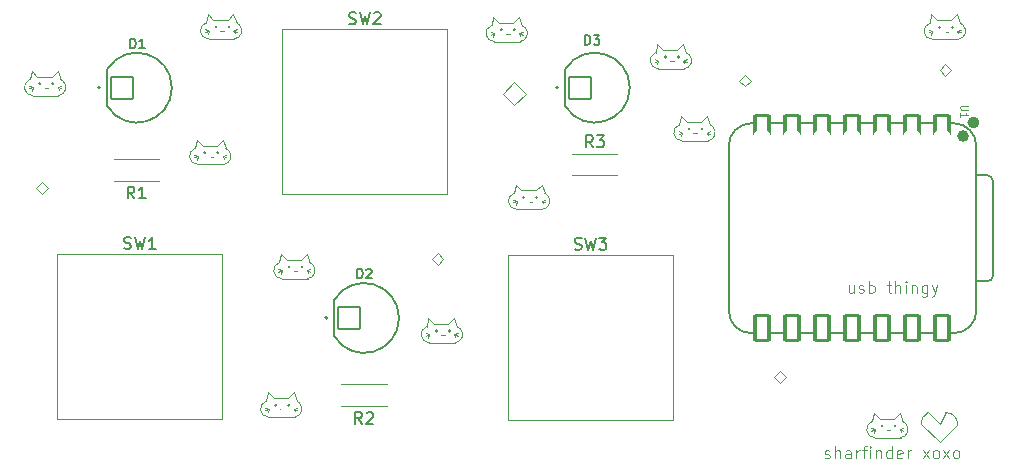
<source format=gto>
%TF.GenerationSoftware,KiCad,Pcbnew,9.0.2*%
%TF.CreationDate,2025-07-02T22:19:11+01:00*%
%TF.ProjectId,sharfinder,73686172-6669-46e6-9465-722e6b696361,rev?*%
%TF.SameCoordinates,Original*%
%TF.FileFunction,Legend,Top*%
%TF.FilePolarity,Positive*%
%FSLAX46Y46*%
G04 Gerber Fmt 4.6, Leading zero omitted, Abs format (unit mm)*
G04 Created by KiCad (PCBNEW 9.0.2) date 2025-07-02 22:19:11*
%MOMM*%
%LPD*%
G01*
G04 APERTURE LIST*
G04 Aperture macros list*
%AMRoundRect*
0 Rectangle with rounded corners*
0 $1 Rounding radius*
0 $2 $3 $4 $5 $6 $7 $8 $9 X,Y pos of 4 corners*
0 Add a 4 corners polygon primitive as box body*
4,1,4,$2,$3,$4,$5,$6,$7,$8,$9,$2,$3,0*
0 Add four circle primitives for the rounded corners*
1,1,$1+$1,$2,$3*
1,1,$1+$1,$4,$5*
1,1,$1+$1,$6,$7*
1,1,$1+$1,$8,$9*
0 Add four rect primitives between the rounded corners*
20,1,$1+$1,$2,$3,$4,$5,0*
20,1,$1+$1,$4,$5,$6,$7,0*
20,1,$1+$1,$6,$7,$8,$9,0*
20,1,$1+$1,$8,$9,$2,$3,0*%
G04 Aperture macros list end*
%ADD10C,0.100000*%
%ADD11C,0.150000*%
%ADD12C,0.101600*%
%ADD13C,0.127000*%
%ADD14C,0.200000*%
%ADD15C,0.120000*%
%ADD16C,0.504000*%
%ADD17C,2.019000*%
%ADD18RoundRect,0.102000X-0.907500X-0.907500X0.907500X-0.907500X0.907500X0.907500X-0.907500X0.907500X0*%
%ADD19C,1.400000*%
%ADD20C,1.700000*%
%ADD21C,4.000000*%
%ADD22C,2.200000*%
%ADD23RoundRect,0.152400X0.609600X-1.063600X0.609600X1.063600X-0.609600X1.063600X-0.609600X-1.063600X0*%
%ADD24C,1.524000*%
%ADD25RoundRect,0.152400X-0.609600X1.063600X-0.609600X-1.063600X0.609600X-1.063600X0.609600X1.063600X0*%
G04 APERTURE END LIST*
D10*
X155200000Y-96802782D02*
G75*
G02*
X154977771Y-95433312I100J702782D01*
G01*
X185526981Y-116131047D02*
G75*
G02*
X185304766Y-114761618I19J702747D01*
G01*
X192500000Y-81700000D02*
X192600000Y-81900000D01*
X190400000Y-81700000D02*
X190100000Y-81800000D01*
X168977761Y-89633282D02*
X169100000Y-88900000D01*
X128200000Y-92300000D02*
X128100000Y-92600000D01*
X114500000Y-95000000D02*
X115000000Y-94500000D01*
X170400000Y-90399999D02*
G75*
G02*
X170173509Y-90363245I-100000J99999D01*
G01*
X137422239Y-101966718D02*
X137522239Y-102166718D01*
X157300000Y-96100000D02*
X157600000Y-96200000D01*
X155600000Y-95200000D02*
X156800000Y-95200000D01*
X155200000Y-96100000D02*
X154900000Y-96000000D01*
X115822239Y-85566718D02*
X116322239Y-85066718D01*
X131300318Y-82369500D02*
X129122239Y-82369500D01*
X130300000Y-92300000D02*
X130600000Y-92400000D01*
X116322239Y-85066718D02*
X116584849Y-85810187D01*
X137922239Y-101466718D02*
G75*
G02*
X137500325Y-102669493I-500039J-499982D01*
G01*
X129600000Y-92400000D02*
G75*
G02*
X129400000Y-92400000I-100000J100001D01*
G01*
X115000000Y-94500000D02*
X115500000Y-95000000D01*
X192200000Y-81400000D02*
G75*
G02*
X192000000Y-81400000I-100000J0D01*
G01*
X192000000Y-81400000D02*
G75*
G02*
X192200000Y-81400000I100000J0D01*
G01*
X155900000Y-81400000D02*
G75*
G02*
X155478080Y-82602723I-499900J-500000D01*
G01*
X157000000Y-95800000D02*
G75*
G02*
X156800000Y-95800000I-100000J0D01*
G01*
X156800000Y-95800000D02*
G75*
G02*
X157000000Y-95800000I100000J0D01*
G01*
X127977761Y-91633282D02*
X128100000Y-90900000D01*
X186226981Y-115128265D02*
G75*
G02*
X186026981Y-115128265I-100000J0D01*
G01*
X186026981Y-115128265D02*
G75*
G02*
X186226981Y-115128265I100000J0D01*
G01*
X168400000Y-84299999D02*
G75*
G02*
X168173509Y-84263245I-100000J99999D01*
G01*
X191500000Y-84500000D02*
X192000000Y-85000000D01*
X175000000Y-85900000D02*
X174500000Y-86400000D01*
X171800000Y-89800000D02*
G75*
G02*
X171378080Y-91002723I-499900J-500000D01*
G01*
X192500000Y-81700000D02*
X192800000Y-81800000D01*
X190177761Y-81033282D02*
X190300000Y-80300000D01*
X169300000Y-84200000D02*
X169400000Y-84400000D01*
X134210960Y-113697218D02*
X133910960Y-113597218D01*
X187626981Y-114028265D02*
X187889591Y-114771734D01*
X171378079Y-91002782D02*
X169200000Y-91002782D01*
X131222239Y-80266718D02*
X131484849Y-81010187D01*
X154000000Y-87000000D02*
X155000000Y-88000000D01*
X192000000Y-80800000D02*
X192500000Y-80300000D01*
X129122239Y-81666718D02*
X129022239Y-81966718D01*
X190400000Y-82402782D02*
G75*
G02*
X190177771Y-81033312I100J702782D01*
G01*
X114222239Y-86466718D02*
X114122239Y-86766718D01*
X129822239Y-81366718D02*
G75*
G02*
X129622239Y-81366718I-100000J0D01*
G01*
X129622239Y-81366718D02*
G75*
G02*
X129822239Y-81366718I100000J0D01*
G01*
X171300000Y-90300000D02*
X171600000Y-90200000D01*
X148510960Y-107097218D02*
G75*
G02*
X148310960Y-107097218I-100000J0D01*
G01*
X148310960Y-107097218D02*
G75*
G02*
X148510960Y-107097218I100000J0D01*
G01*
X136810960Y-113197218D02*
G75*
G02*
X136389041Y-114399946I-499960J-499982D01*
G01*
X128200000Y-92300000D02*
X127900000Y-92400000D01*
X148500000Y-100500000D02*
X149000000Y-101000000D01*
X154900000Y-81000000D02*
X155400000Y-80500000D01*
X129022239Y-80266718D02*
X129522239Y-80766718D01*
X154500000Y-81999999D02*
G75*
G02*
X154273509Y-81963245I-100000J99999D01*
G01*
X149910960Y-107397218D02*
X150010960Y-107597218D01*
X131222239Y-81666718D02*
X131322239Y-81866718D01*
X169200000Y-91002782D02*
G75*
G02*
X168977771Y-89633312I100J702782D01*
G01*
X155200000Y-96100000D02*
X154900000Y-96200000D01*
X171300000Y-90300000D02*
X171400000Y-90500000D01*
X130300000Y-92300000D02*
X130400000Y-92500000D01*
X157300000Y-94700000D02*
X157562610Y-95443469D01*
X155900000Y-95800000D02*
G75*
G02*
X155700000Y-95800000I-100000J0D01*
G01*
X155700000Y-95800000D02*
G75*
G02*
X155900000Y-95800000I100000J0D01*
G01*
X190800000Y-80800000D02*
X192000000Y-80800000D01*
X154000000Y-81600000D02*
G75*
G02*
X153800000Y-81600000I-100000J0D01*
G01*
X153800000Y-81600000D02*
G75*
G02*
X154000000Y-81600000I100000J0D01*
G01*
X171300000Y-88900000D02*
X171562610Y-89643469D01*
X169200000Y-90300000D02*
X169100000Y-90600000D01*
X191000000Y-85000000D02*
X191500000Y-84500000D01*
X148210960Y-106497218D02*
X149410960Y-106497218D01*
X169100000Y-88900000D02*
X169600000Y-89400000D01*
X153300000Y-81900000D02*
X153000000Y-81800000D01*
X187626981Y-115428265D02*
X187726981Y-115628265D01*
X130562612Y-91643469D02*
G75*
G02*
X130799999Y-91799999I-262412J-656231D01*
G01*
X131222239Y-81666718D02*
X131522239Y-81766718D01*
X128900000Y-81000000D02*
X129022239Y-80266718D01*
X148500000Y-101500000D02*
X148000000Y-101000000D01*
X187626981Y-115428265D02*
X187926981Y-115328265D01*
X114000000Y-85800000D02*
X114122239Y-85066718D01*
X131722239Y-81166718D02*
G75*
G02*
X131300325Y-82369493I-500039J-499982D01*
G01*
X116822239Y-85966718D02*
G75*
G02*
X116400325Y-87169493I-500039J-499982D01*
G01*
X189421966Y-115000000D02*
G75*
G02*
X190040000Y-114000000I1118034J0D01*
G01*
X193000000Y-81200000D02*
G75*
G02*
X192578080Y-82402723I-499900J-500000D01*
G01*
X114222239Y-87169500D02*
G75*
G02*
X113999985Y-85799955I-39J702800D01*
G01*
X136310960Y-113697218D02*
X136610960Y-113797218D01*
X136722239Y-102066718D02*
G75*
G02*
X136522239Y-102066718I-100000J100001D01*
G01*
X191600000Y-81799999D02*
G75*
G02*
X191373509Y-81763245I-100000J99999D01*
G01*
X190300000Y-80300000D02*
X190800000Y-80800000D01*
X114222239Y-86466718D02*
X113922239Y-86366718D01*
X155662612Y-81243469D02*
G75*
G02*
X155899999Y-81399999I-262412J-656231D01*
G01*
X147810960Y-108100000D02*
G75*
G02*
X147588714Y-106730479I40J702800D01*
G01*
X129122239Y-81666718D02*
X128822239Y-81566718D01*
X134210960Y-113697218D02*
X134110960Y-113997218D01*
X192000000Y-85000000D02*
X191500000Y-85500000D01*
X137122239Y-101666718D02*
G75*
G02*
X136922239Y-101666718I-100000J0D01*
G01*
X136922239Y-101666718D02*
G75*
G02*
X137122239Y-101666718I100000J0D01*
G01*
X177500000Y-110500000D02*
X178000000Y-111000000D01*
X135322239Y-101966718D02*
X135222239Y-102266718D01*
X155478079Y-82602782D02*
X153300000Y-82602782D01*
X128900000Y-92000000D02*
G75*
G02*
X128700000Y-92000000I-100000J0D01*
G01*
X128700000Y-92000000D02*
G75*
G02*
X128900000Y-92000000I100000J0D01*
G01*
X157378079Y-96802782D02*
X155200000Y-96802782D01*
X128100000Y-90900000D02*
X128600000Y-91400000D01*
X185526981Y-115428265D02*
X185426981Y-115728265D01*
X116322239Y-86466718D02*
X116622239Y-86366718D01*
X129522239Y-80766718D02*
X130722239Y-80766718D01*
X130000000Y-92000000D02*
G75*
G02*
X129800000Y-92000000I-100000J0D01*
G01*
X129800000Y-92000000D02*
G75*
G02*
X130000000Y-92000000I100000J0D01*
G01*
X192500000Y-81700000D02*
X192800000Y-81600000D01*
X155400000Y-81900000D02*
X155700000Y-82000000D01*
X116322239Y-86466718D02*
X116422239Y-86666718D01*
X187889593Y-114771734D02*
G75*
G02*
X188126990Y-114928254I-262393J-656266D01*
G01*
X135322239Y-101966718D02*
X135022239Y-101866718D01*
X134110960Y-112297218D02*
X134610960Y-112797218D01*
X149210960Y-107497218D02*
G75*
G02*
X149010960Y-107497218I-100000J100001D01*
G01*
X134210960Y-114400000D02*
G75*
G02*
X133988714Y-113030479I40J702800D01*
G01*
X137422239Y-101966718D02*
X137722239Y-101866718D01*
X190400000Y-81700000D02*
X190100000Y-81600000D01*
X192762612Y-81043469D02*
G75*
G02*
X192999999Y-81199999I-262412J-656231D01*
G01*
X128600000Y-91400000D02*
X129800000Y-91400000D01*
X157562612Y-95443469D02*
G75*
G02*
X157799999Y-95599999I-262412J-656231D01*
G01*
X169000000Y-83900000D02*
G75*
G02*
X168800000Y-83900000I-100000J0D01*
G01*
X168800000Y-83900000D02*
G75*
G02*
X169000000Y-83900000I100000J0D01*
G01*
X171562612Y-89643469D02*
G75*
G02*
X171799999Y-89799999I-262412J-656231D01*
G01*
X185426981Y-114028265D02*
X185926981Y-114528265D01*
X135222239Y-100566718D02*
X135722239Y-101066718D01*
X130722239Y-80766718D02*
X131222239Y-80266718D01*
X147810960Y-107397218D02*
X147510960Y-107297218D01*
X167900000Y-83900000D02*
G75*
G02*
X167700000Y-83900000I-100000J0D01*
G01*
X167700000Y-83900000D02*
G75*
G02*
X167900000Y-83900000I100000J0D01*
G01*
X149610960Y-107097218D02*
G75*
G02*
X149410960Y-107097218I-100000J0D01*
G01*
X149410960Y-107097218D02*
G75*
G02*
X149610960Y-107097218I100000J0D01*
G01*
X136922239Y-101066718D02*
X137422239Y-100566718D01*
X191040000Y-115000000D02*
X191540000Y-114000000D01*
X187326981Y-115128265D02*
G75*
G02*
X187126981Y-115128265I-100000J0D01*
G01*
X187126981Y-115128265D02*
G75*
G02*
X187326981Y-115128265I100000J0D01*
G01*
X129400000Y-92399999D02*
G75*
G02*
X129173509Y-92363245I-100000J99999D01*
G01*
X149410960Y-106497218D02*
X149910960Y-105997218D01*
X136310960Y-113697218D02*
X136610960Y-113597218D01*
X150410960Y-106897218D02*
G75*
G02*
X149989041Y-108099946I-499960J-499982D01*
G01*
X114622239Y-85566718D02*
X115822239Y-85566718D01*
X155100000Y-94700000D02*
X155600000Y-95200000D01*
X130378079Y-93002782D02*
X128200000Y-93002782D01*
X155400000Y-81900000D02*
X155500000Y-82100000D01*
X147810960Y-107397218D02*
X147510960Y-107497218D01*
X174000000Y-85900000D02*
X174500000Y-85400000D01*
X150173572Y-106740687D02*
G75*
G02*
X150410941Y-106897235I-262472J-656213D01*
G01*
X130300000Y-90900000D02*
X130562610Y-91643469D01*
X192578079Y-82402782D02*
X190400000Y-82402782D01*
X130300000Y-92300000D02*
X130600000Y-92200000D01*
X177000000Y-111000000D02*
X177500000Y-110500000D01*
X136310960Y-113697218D02*
X136410960Y-113897218D01*
X190400000Y-81700000D02*
X190300000Y-82000000D01*
X116584851Y-85810187D02*
G75*
G02*
X116822225Y-85966730I-262651J-656513D01*
G01*
X153300000Y-81900000D02*
X153200000Y-82200000D01*
X149910960Y-107397218D02*
X150210960Y-107297218D01*
X130800000Y-91800000D02*
G75*
G02*
X130378080Y-93002723I-499900J-500000D01*
G01*
X171000000Y-90000000D02*
G75*
G02*
X170800000Y-90000000I-100000J0D01*
G01*
X170800000Y-90000000D02*
G75*
G02*
X171000000Y-90000000I100000J0D01*
G01*
X169800000Y-83700000D02*
G75*
G02*
X169378080Y-84902723I-499900J-500000D01*
G01*
X115422239Y-86566717D02*
G75*
G02*
X115195688Y-86529993I-100039J100017D01*
G01*
X167200000Y-84200000D02*
X167100000Y-84500000D01*
X167100000Y-82800000D02*
X167600000Y-83300000D01*
X135322239Y-101966718D02*
X135022239Y-102066718D01*
X191800000Y-81800000D02*
G75*
G02*
X191600000Y-81800000I-100000J100001D01*
G01*
X156600000Y-96200000D02*
G75*
G02*
X156400000Y-96200000I-100000J100001D01*
G01*
X130522239Y-81766718D02*
G75*
G02*
X130322239Y-81766718I-100000J100001D01*
G01*
X169200000Y-90300000D02*
X168900000Y-90400000D01*
X188126981Y-114928265D02*
G75*
G02*
X187705073Y-116131095I-499981J-500035D01*
G01*
X191100000Y-81400000D02*
G75*
G02*
X190900000Y-81400000I-100000J0D01*
G01*
X190900000Y-81400000D02*
G75*
G02*
X191100000Y-81400000I100000J0D01*
G01*
X169300000Y-84200000D02*
X169600000Y-84100000D01*
X149910960Y-105997218D02*
X150173570Y-106740687D01*
X136010960Y-113397218D02*
G75*
G02*
X135810960Y-113397218I-100000J0D01*
G01*
X135810960Y-113397218D02*
G75*
G02*
X136010960Y-113397218I100000J0D01*
G01*
X137422239Y-100566718D02*
X137684849Y-101310187D01*
X155400000Y-80500000D02*
X155662610Y-81243469D01*
X115000000Y-95500000D02*
X114500000Y-95000000D01*
X166977761Y-83533282D02*
X167100000Y-82800000D01*
X136022239Y-101666718D02*
G75*
G02*
X135822239Y-101666718I-100000J0D01*
G01*
X135822239Y-101666718D02*
G75*
G02*
X136022239Y-101666718I100000J0D01*
G01*
X153700000Y-81000000D02*
X154900000Y-81000000D01*
X177500000Y-111500000D02*
X177000000Y-111000000D01*
X191040000Y-115000000D02*
X190040000Y-114000000D01*
X147810960Y-107397218D02*
X147710960Y-107697218D01*
X157300000Y-96100000D02*
X157600000Y-96000000D01*
X154977761Y-95433282D02*
X155100000Y-94700000D01*
X136573572Y-113040687D02*
G75*
G02*
X136810941Y-113197235I-262472J-656213D01*
G01*
X156000000Y-87000000D02*
X155000000Y-86000000D01*
X169200000Y-90300000D02*
X168900000Y-90200000D01*
X135322239Y-102669500D02*
G75*
G02*
X135099985Y-101299955I-39J702800D01*
G01*
X168600000Y-84300000D02*
G75*
G02*
X168400000Y-84300000I-100000J100001D01*
G01*
X134910960Y-113397218D02*
G75*
G02*
X134710960Y-113397218I-100000J0D01*
G01*
X134710960Y-113397218D02*
G75*
G02*
X134910960Y-113397218I100000J0D01*
G01*
X186926981Y-115528265D02*
G75*
G02*
X186726981Y-115528265I-100000J100001D01*
G01*
X136389039Y-114400000D02*
X134210960Y-114400000D01*
X129122239Y-82369500D02*
G75*
G02*
X128899985Y-80999955I-39J702800D01*
G01*
X155200000Y-96100000D02*
X155100000Y-96400000D01*
X170800000Y-89400000D02*
X171300000Y-88900000D01*
X116022239Y-86166718D02*
G75*
G02*
X115822239Y-86166718I-100000J0D01*
G01*
X115822239Y-86166718D02*
G75*
G02*
X116022239Y-86166718I100000J0D01*
G01*
X156400000Y-96199999D02*
G75*
G02*
X156173509Y-96163245I-100000J99999D01*
G01*
X167200000Y-84902782D02*
G75*
G02*
X166977771Y-83533312I100J702782D01*
G01*
X128200000Y-93002782D02*
G75*
G02*
X127977771Y-91633312I100J702782D01*
G01*
X147588721Y-106730500D02*
X147710960Y-105997218D01*
X178000000Y-111000000D02*
X177500000Y-111500000D01*
X135610960Y-113797218D02*
G75*
G02*
X135410960Y-113797218I-100000J100001D01*
G01*
X135810960Y-112797218D02*
X136310960Y-112297218D01*
X174500000Y-86400000D02*
X174000000Y-85900000D01*
X134210960Y-113697218D02*
X133910960Y-113797218D01*
X131484851Y-81010187D02*
G75*
G02*
X131722225Y-81166730I-262651J-656513D01*
G01*
X186726981Y-115528264D02*
G75*
G02*
X186500502Y-115491504I-99981J100064D01*
G01*
X156800000Y-95200000D02*
X157300000Y-94700000D01*
X136522239Y-102066717D02*
G75*
G02*
X136295688Y-102029993I-100039J100017D01*
G01*
X167200000Y-84200000D02*
X166900000Y-84300000D01*
X130922239Y-81366718D02*
G75*
G02*
X130722239Y-81366718I-100000J0D01*
G01*
X130722239Y-81366718D02*
G75*
G02*
X130922239Y-81366718I100000J0D01*
G01*
X129800000Y-91400000D02*
X130300000Y-90900000D01*
X148000000Y-101000000D02*
X148500000Y-100500000D01*
X114122239Y-85066718D02*
X114622239Y-85566718D01*
X137500318Y-102669500D02*
X135322239Y-102669500D01*
X114922239Y-86166718D02*
G75*
G02*
X114722239Y-86166718I-100000J0D01*
G01*
X114722239Y-86166718D02*
G75*
G02*
X114922239Y-86166718I100000J0D01*
G01*
X115622239Y-86566718D02*
G75*
G02*
X115422239Y-86566718I-100000J100001D01*
G01*
X169300000Y-84200000D02*
X169600000Y-84300000D01*
X185526981Y-115428265D02*
X185226981Y-115328265D01*
X155100000Y-81600000D02*
G75*
G02*
X154900000Y-81600000I-100000J0D01*
G01*
X154900000Y-81600000D02*
G75*
G02*
X155100000Y-81600000I100000J0D01*
G01*
X192500000Y-80300000D02*
X192762610Y-81043469D01*
X167200000Y-84200000D02*
X166900000Y-84100000D01*
X128200000Y-92300000D02*
X127900000Y-92200000D01*
X169600000Y-89400000D02*
X170800000Y-89400000D01*
X133988721Y-113030500D02*
X134110960Y-112297218D01*
X129122239Y-81666718D02*
X128822239Y-81766718D01*
X115500000Y-95000000D02*
X115000000Y-95500000D01*
X191540000Y-114000000D02*
G75*
G02*
X192540000Y-115000000I0J-1000000D01*
G01*
X191040000Y-116500000D02*
X192540000Y-115000000D01*
X153300000Y-82602782D02*
G75*
G02*
X153077771Y-81233312I100J702782D01*
G01*
X185304742Y-114761547D02*
X185426981Y-114028265D01*
X155400000Y-81900000D02*
X155700000Y-81800000D01*
X171300000Y-90300000D02*
X171600000Y-90400000D01*
X137684851Y-101310187D02*
G75*
G02*
X137922225Y-101466730I-262651J-656513D01*
G01*
X169378079Y-84902782D02*
X167200000Y-84902782D01*
X136310960Y-112297218D02*
X136573570Y-113040687D01*
X116400318Y-87169500D02*
X114222239Y-87169500D01*
X174500000Y-85400000D02*
X175000000Y-85900000D01*
X131222239Y-81666718D02*
X131522239Y-81566718D01*
X135100000Y-101300000D02*
X135222239Y-100566718D01*
X154700000Y-82000000D02*
G75*
G02*
X154500000Y-82000000I-100000J100001D01*
G01*
X185926981Y-114528265D02*
X187126981Y-114528265D01*
X169900000Y-90000000D02*
G75*
G02*
X169700000Y-90000000I-100000J0D01*
G01*
X169700000Y-90000000D02*
G75*
G02*
X169900000Y-90000000I100000J0D01*
G01*
X169562612Y-83543469D02*
G75*
G02*
X169799999Y-83699999I-262412J-656231D01*
G01*
X157300000Y-96100000D02*
X157400000Y-96300000D01*
X191040000Y-116500000D02*
X189421966Y-115000000D01*
X135410960Y-113797217D02*
G75*
G02*
X135184522Y-113760436I-99960J100017D01*
G01*
X153200000Y-80500000D02*
X153700000Y-81000000D01*
X157800000Y-95600000D02*
G75*
G02*
X157378080Y-96802723I-499900J-500000D01*
G01*
X135722239Y-101066718D02*
X136922239Y-101066718D01*
X153077761Y-81233282D02*
X153200000Y-80500000D01*
X191500000Y-85500000D02*
X191000000Y-85000000D01*
X137422239Y-101966718D02*
X137722239Y-102066718D01*
X134610960Y-112797218D02*
X135810960Y-112797218D01*
X167600000Y-83300000D02*
X168800000Y-83300000D01*
X170600000Y-90400000D02*
G75*
G02*
X170400000Y-90400000I-100000J100001D01*
G01*
X187705060Y-116131047D02*
X185526981Y-116131047D01*
X187126981Y-114528265D02*
X187626981Y-114028265D01*
X169300000Y-82800000D02*
X169562610Y-83543469D01*
X149989039Y-108100000D02*
X147810960Y-108100000D01*
X155000000Y-88000000D02*
X156000000Y-87000000D01*
X149910960Y-107397218D02*
X150210960Y-107497218D01*
X147710960Y-105997218D02*
X148210960Y-106497218D01*
X168800000Y-83300000D02*
X169300000Y-82800000D01*
X153300000Y-81900000D02*
X153000000Y-82000000D01*
X155000000Y-86000000D02*
X154000000Y-87000000D01*
X187626981Y-115428265D02*
X187926981Y-115528265D01*
X116322239Y-86466718D02*
X116622239Y-86566718D01*
X149000000Y-101000000D02*
X148500000Y-101500000D01*
X185526981Y-115428265D02*
X185226981Y-115528265D01*
X114222239Y-86466718D02*
X113922239Y-86566718D01*
X130322239Y-81766717D02*
G75*
G02*
X130095688Y-81729993I-100039J100017D01*
G01*
X149010960Y-107497217D02*
G75*
G02*
X148784522Y-107460436I-99960J100017D01*
G01*
X181296265Y-117824800D02*
X181391503Y-117872419D01*
X181391503Y-117872419D02*
X181581979Y-117872419D01*
X181581979Y-117872419D02*
X181677217Y-117824800D01*
X181677217Y-117824800D02*
X181724836Y-117729561D01*
X181724836Y-117729561D02*
X181724836Y-117681942D01*
X181724836Y-117681942D02*
X181677217Y-117586704D01*
X181677217Y-117586704D02*
X181581979Y-117539085D01*
X181581979Y-117539085D02*
X181439122Y-117539085D01*
X181439122Y-117539085D02*
X181343884Y-117491466D01*
X181343884Y-117491466D02*
X181296265Y-117396228D01*
X181296265Y-117396228D02*
X181296265Y-117348609D01*
X181296265Y-117348609D02*
X181343884Y-117253371D01*
X181343884Y-117253371D02*
X181439122Y-117205752D01*
X181439122Y-117205752D02*
X181581979Y-117205752D01*
X181581979Y-117205752D02*
X181677217Y-117253371D01*
X182153408Y-117872419D02*
X182153408Y-116872419D01*
X182581979Y-117872419D02*
X182581979Y-117348609D01*
X182581979Y-117348609D02*
X182534360Y-117253371D01*
X182534360Y-117253371D02*
X182439122Y-117205752D01*
X182439122Y-117205752D02*
X182296265Y-117205752D01*
X182296265Y-117205752D02*
X182201027Y-117253371D01*
X182201027Y-117253371D02*
X182153408Y-117300990D01*
X183486741Y-117872419D02*
X183486741Y-117348609D01*
X183486741Y-117348609D02*
X183439122Y-117253371D01*
X183439122Y-117253371D02*
X183343884Y-117205752D01*
X183343884Y-117205752D02*
X183153408Y-117205752D01*
X183153408Y-117205752D02*
X183058170Y-117253371D01*
X183486741Y-117824800D02*
X183391503Y-117872419D01*
X183391503Y-117872419D02*
X183153408Y-117872419D01*
X183153408Y-117872419D02*
X183058170Y-117824800D01*
X183058170Y-117824800D02*
X183010551Y-117729561D01*
X183010551Y-117729561D02*
X183010551Y-117634323D01*
X183010551Y-117634323D02*
X183058170Y-117539085D01*
X183058170Y-117539085D02*
X183153408Y-117491466D01*
X183153408Y-117491466D02*
X183391503Y-117491466D01*
X183391503Y-117491466D02*
X183486741Y-117443847D01*
X183962932Y-117872419D02*
X183962932Y-117205752D01*
X183962932Y-117396228D02*
X184010551Y-117300990D01*
X184010551Y-117300990D02*
X184058170Y-117253371D01*
X184058170Y-117253371D02*
X184153408Y-117205752D01*
X184153408Y-117205752D02*
X184248646Y-117205752D01*
X184439123Y-117205752D02*
X184820075Y-117205752D01*
X184581980Y-117872419D02*
X184581980Y-117015276D01*
X184581980Y-117015276D02*
X184629599Y-116920038D01*
X184629599Y-116920038D02*
X184724837Y-116872419D01*
X184724837Y-116872419D02*
X184820075Y-116872419D01*
X185153409Y-117872419D02*
X185153409Y-117205752D01*
X185153409Y-116872419D02*
X185105790Y-116920038D01*
X185105790Y-116920038D02*
X185153409Y-116967657D01*
X185153409Y-116967657D02*
X185201028Y-116920038D01*
X185201028Y-116920038D02*
X185153409Y-116872419D01*
X185153409Y-116872419D02*
X185153409Y-116967657D01*
X185629599Y-117205752D02*
X185629599Y-117872419D01*
X185629599Y-117300990D02*
X185677218Y-117253371D01*
X185677218Y-117253371D02*
X185772456Y-117205752D01*
X185772456Y-117205752D02*
X185915313Y-117205752D01*
X185915313Y-117205752D02*
X186010551Y-117253371D01*
X186010551Y-117253371D02*
X186058170Y-117348609D01*
X186058170Y-117348609D02*
X186058170Y-117872419D01*
X186962932Y-117872419D02*
X186962932Y-116872419D01*
X186962932Y-117824800D02*
X186867694Y-117872419D01*
X186867694Y-117872419D02*
X186677218Y-117872419D01*
X186677218Y-117872419D02*
X186581980Y-117824800D01*
X186581980Y-117824800D02*
X186534361Y-117777180D01*
X186534361Y-117777180D02*
X186486742Y-117681942D01*
X186486742Y-117681942D02*
X186486742Y-117396228D01*
X186486742Y-117396228D02*
X186534361Y-117300990D01*
X186534361Y-117300990D02*
X186581980Y-117253371D01*
X186581980Y-117253371D02*
X186677218Y-117205752D01*
X186677218Y-117205752D02*
X186867694Y-117205752D01*
X186867694Y-117205752D02*
X186962932Y-117253371D01*
X187820075Y-117824800D02*
X187724837Y-117872419D01*
X187724837Y-117872419D02*
X187534361Y-117872419D01*
X187534361Y-117872419D02*
X187439123Y-117824800D01*
X187439123Y-117824800D02*
X187391504Y-117729561D01*
X187391504Y-117729561D02*
X187391504Y-117348609D01*
X187391504Y-117348609D02*
X187439123Y-117253371D01*
X187439123Y-117253371D02*
X187534361Y-117205752D01*
X187534361Y-117205752D02*
X187724837Y-117205752D01*
X187724837Y-117205752D02*
X187820075Y-117253371D01*
X187820075Y-117253371D02*
X187867694Y-117348609D01*
X187867694Y-117348609D02*
X187867694Y-117443847D01*
X187867694Y-117443847D02*
X187391504Y-117539085D01*
X188296266Y-117872419D02*
X188296266Y-117205752D01*
X188296266Y-117396228D02*
X188343885Y-117300990D01*
X188343885Y-117300990D02*
X188391504Y-117253371D01*
X188391504Y-117253371D02*
X188486742Y-117205752D01*
X188486742Y-117205752D02*
X188581980Y-117205752D01*
X189581981Y-117872419D02*
X190105790Y-117205752D01*
X189581981Y-117205752D02*
X190105790Y-117872419D01*
X190629600Y-117872419D02*
X190534362Y-117824800D01*
X190534362Y-117824800D02*
X190486743Y-117777180D01*
X190486743Y-117777180D02*
X190439124Y-117681942D01*
X190439124Y-117681942D02*
X190439124Y-117396228D01*
X190439124Y-117396228D02*
X190486743Y-117300990D01*
X190486743Y-117300990D02*
X190534362Y-117253371D01*
X190534362Y-117253371D02*
X190629600Y-117205752D01*
X190629600Y-117205752D02*
X190772457Y-117205752D01*
X190772457Y-117205752D02*
X190867695Y-117253371D01*
X190867695Y-117253371D02*
X190915314Y-117300990D01*
X190915314Y-117300990D02*
X190962933Y-117396228D01*
X190962933Y-117396228D02*
X190962933Y-117681942D01*
X190962933Y-117681942D02*
X190915314Y-117777180D01*
X190915314Y-117777180D02*
X190867695Y-117824800D01*
X190867695Y-117824800D02*
X190772457Y-117872419D01*
X190772457Y-117872419D02*
X190629600Y-117872419D01*
X191296267Y-117872419D02*
X191820076Y-117205752D01*
X191296267Y-117205752D02*
X191820076Y-117872419D01*
X192343886Y-117872419D02*
X192248648Y-117824800D01*
X192248648Y-117824800D02*
X192201029Y-117777180D01*
X192201029Y-117777180D02*
X192153410Y-117681942D01*
X192153410Y-117681942D02*
X192153410Y-117396228D01*
X192153410Y-117396228D02*
X192201029Y-117300990D01*
X192201029Y-117300990D02*
X192248648Y-117253371D01*
X192248648Y-117253371D02*
X192343886Y-117205752D01*
X192343886Y-117205752D02*
X192486743Y-117205752D01*
X192486743Y-117205752D02*
X192581981Y-117253371D01*
X192581981Y-117253371D02*
X192629600Y-117300990D01*
X192629600Y-117300990D02*
X192677219Y-117396228D01*
X192677219Y-117396228D02*
X192677219Y-117681942D01*
X192677219Y-117681942D02*
X192629600Y-117777180D01*
X192629600Y-117777180D02*
X192581981Y-117824800D01*
X192581981Y-117824800D02*
X192486743Y-117872419D01*
X192486743Y-117872419D02*
X192343886Y-117872419D01*
X183732455Y-103205752D02*
X183732455Y-103872419D01*
X183303884Y-103205752D02*
X183303884Y-103729561D01*
X183303884Y-103729561D02*
X183351503Y-103824800D01*
X183351503Y-103824800D02*
X183446741Y-103872419D01*
X183446741Y-103872419D02*
X183589598Y-103872419D01*
X183589598Y-103872419D02*
X183684836Y-103824800D01*
X183684836Y-103824800D02*
X183732455Y-103777180D01*
X184161027Y-103824800D02*
X184256265Y-103872419D01*
X184256265Y-103872419D02*
X184446741Y-103872419D01*
X184446741Y-103872419D02*
X184541979Y-103824800D01*
X184541979Y-103824800D02*
X184589598Y-103729561D01*
X184589598Y-103729561D02*
X184589598Y-103681942D01*
X184589598Y-103681942D02*
X184541979Y-103586704D01*
X184541979Y-103586704D02*
X184446741Y-103539085D01*
X184446741Y-103539085D02*
X184303884Y-103539085D01*
X184303884Y-103539085D02*
X184208646Y-103491466D01*
X184208646Y-103491466D02*
X184161027Y-103396228D01*
X184161027Y-103396228D02*
X184161027Y-103348609D01*
X184161027Y-103348609D02*
X184208646Y-103253371D01*
X184208646Y-103253371D02*
X184303884Y-103205752D01*
X184303884Y-103205752D02*
X184446741Y-103205752D01*
X184446741Y-103205752D02*
X184541979Y-103253371D01*
X185018170Y-103872419D02*
X185018170Y-102872419D01*
X185018170Y-103253371D02*
X185113408Y-103205752D01*
X185113408Y-103205752D02*
X185303884Y-103205752D01*
X185303884Y-103205752D02*
X185399122Y-103253371D01*
X185399122Y-103253371D02*
X185446741Y-103300990D01*
X185446741Y-103300990D02*
X185494360Y-103396228D01*
X185494360Y-103396228D02*
X185494360Y-103681942D01*
X185494360Y-103681942D02*
X185446741Y-103777180D01*
X185446741Y-103777180D02*
X185399122Y-103824800D01*
X185399122Y-103824800D02*
X185303884Y-103872419D01*
X185303884Y-103872419D02*
X185113408Y-103872419D01*
X185113408Y-103872419D02*
X185018170Y-103824800D01*
X186541980Y-103205752D02*
X186922932Y-103205752D01*
X186684837Y-102872419D02*
X186684837Y-103729561D01*
X186684837Y-103729561D02*
X186732456Y-103824800D01*
X186732456Y-103824800D02*
X186827694Y-103872419D01*
X186827694Y-103872419D02*
X186922932Y-103872419D01*
X187256266Y-103872419D02*
X187256266Y-102872419D01*
X187684837Y-103872419D02*
X187684837Y-103348609D01*
X187684837Y-103348609D02*
X187637218Y-103253371D01*
X187637218Y-103253371D02*
X187541980Y-103205752D01*
X187541980Y-103205752D02*
X187399123Y-103205752D01*
X187399123Y-103205752D02*
X187303885Y-103253371D01*
X187303885Y-103253371D02*
X187256266Y-103300990D01*
X188161028Y-103872419D02*
X188161028Y-103205752D01*
X188161028Y-102872419D02*
X188113409Y-102920038D01*
X188113409Y-102920038D02*
X188161028Y-102967657D01*
X188161028Y-102967657D02*
X188208647Y-102920038D01*
X188208647Y-102920038D02*
X188161028Y-102872419D01*
X188161028Y-102872419D02*
X188161028Y-102967657D01*
X188637218Y-103205752D02*
X188637218Y-103872419D01*
X188637218Y-103300990D02*
X188684837Y-103253371D01*
X188684837Y-103253371D02*
X188780075Y-103205752D01*
X188780075Y-103205752D02*
X188922932Y-103205752D01*
X188922932Y-103205752D02*
X189018170Y-103253371D01*
X189018170Y-103253371D02*
X189065789Y-103348609D01*
X189065789Y-103348609D02*
X189065789Y-103872419D01*
X189970551Y-103205752D02*
X189970551Y-104015276D01*
X189970551Y-104015276D02*
X189922932Y-104110514D01*
X189922932Y-104110514D02*
X189875313Y-104158133D01*
X189875313Y-104158133D02*
X189780075Y-104205752D01*
X189780075Y-104205752D02*
X189637218Y-104205752D01*
X189637218Y-104205752D02*
X189541980Y-104158133D01*
X189970551Y-103824800D02*
X189875313Y-103872419D01*
X189875313Y-103872419D02*
X189684837Y-103872419D01*
X189684837Y-103872419D02*
X189589599Y-103824800D01*
X189589599Y-103824800D02*
X189541980Y-103777180D01*
X189541980Y-103777180D02*
X189494361Y-103681942D01*
X189494361Y-103681942D02*
X189494361Y-103396228D01*
X189494361Y-103396228D02*
X189541980Y-103300990D01*
X189541980Y-103300990D02*
X189589599Y-103253371D01*
X189589599Y-103253371D02*
X189684837Y-103205752D01*
X189684837Y-103205752D02*
X189875313Y-103205752D01*
X189875313Y-103205752D02*
X189970551Y-103253371D01*
X190351504Y-103205752D02*
X190589599Y-103872419D01*
X190827694Y-103205752D02*
X190589599Y-103872419D01*
X190589599Y-103872419D02*
X190494361Y-104110514D01*
X190494361Y-104110514D02*
X190446742Y-104158133D01*
X190446742Y-104158133D02*
X190351504Y-104205752D01*
D11*
X160989524Y-82862295D02*
X160989524Y-82062295D01*
X160989524Y-82062295D02*
X161180000Y-82062295D01*
X161180000Y-82062295D02*
X161294286Y-82100390D01*
X161294286Y-82100390D02*
X161370476Y-82176580D01*
X161370476Y-82176580D02*
X161408571Y-82252771D01*
X161408571Y-82252771D02*
X161446667Y-82405152D01*
X161446667Y-82405152D02*
X161446667Y-82519438D01*
X161446667Y-82519438D02*
X161408571Y-82671819D01*
X161408571Y-82671819D02*
X161370476Y-82748009D01*
X161370476Y-82748009D02*
X161294286Y-82824200D01*
X161294286Y-82824200D02*
X161180000Y-82862295D01*
X161180000Y-82862295D02*
X160989524Y-82862295D01*
X161713333Y-82062295D02*
X162208571Y-82062295D01*
X162208571Y-82062295D02*
X161941905Y-82367057D01*
X161941905Y-82367057D02*
X162056190Y-82367057D01*
X162056190Y-82367057D02*
X162132381Y-82405152D01*
X162132381Y-82405152D02*
X162170476Y-82443247D01*
X162170476Y-82443247D02*
X162208571Y-82519438D01*
X162208571Y-82519438D02*
X162208571Y-82709914D01*
X162208571Y-82709914D02*
X162170476Y-82786104D01*
X162170476Y-82786104D02*
X162132381Y-82824200D01*
X162132381Y-82824200D02*
X162056190Y-82862295D01*
X162056190Y-82862295D02*
X161827619Y-82862295D01*
X161827619Y-82862295D02*
X161751428Y-82824200D01*
X161751428Y-82824200D02*
X161713333Y-82786104D01*
X161643333Y-91534819D02*
X161310000Y-91058628D01*
X161071905Y-91534819D02*
X161071905Y-90534819D01*
X161071905Y-90534819D02*
X161452857Y-90534819D01*
X161452857Y-90534819D02*
X161548095Y-90582438D01*
X161548095Y-90582438D02*
X161595714Y-90630057D01*
X161595714Y-90630057D02*
X161643333Y-90725295D01*
X161643333Y-90725295D02*
X161643333Y-90868152D01*
X161643333Y-90868152D02*
X161595714Y-90963390D01*
X161595714Y-90963390D02*
X161548095Y-91011009D01*
X161548095Y-91011009D02*
X161452857Y-91058628D01*
X161452857Y-91058628D02*
X161071905Y-91058628D01*
X161976667Y-90534819D02*
X162595714Y-90534819D01*
X162595714Y-90534819D02*
X162262381Y-90915771D01*
X162262381Y-90915771D02*
X162405238Y-90915771D01*
X162405238Y-90915771D02*
X162500476Y-90963390D01*
X162500476Y-90963390D02*
X162548095Y-91011009D01*
X162548095Y-91011009D02*
X162595714Y-91106247D01*
X162595714Y-91106247D02*
X162595714Y-91344342D01*
X162595714Y-91344342D02*
X162548095Y-91439580D01*
X162548095Y-91439580D02*
X162500476Y-91487200D01*
X162500476Y-91487200D02*
X162405238Y-91534819D01*
X162405238Y-91534819D02*
X162119524Y-91534819D01*
X162119524Y-91534819D02*
X162024286Y-91487200D01*
X162024286Y-91487200D02*
X161976667Y-91439580D01*
X141016667Y-81073200D02*
X141159524Y-81120819D01*
X141159524Y-81120819D02*
X141397619Y-81120819D01*
X141397619Y-81120819D02*
X141492857Y-81073200D01*
X141492857Y-81073200D02*
X141540476Y-81025580D01*
X141540476Y-81025580D02*
X141588095Y-80930342D01*
X141588095Y-80930342D02*
X141588095Y-80835104D01*
X141588095Y-80835104D02*
X141540476Y-80739866D01*
X141540476Y-80739866D02*
X141492857Y-80692247D01*
X141492857Y-80692247D02*
X141397619Y-80644628D01*
X141397619Y-80644628D02*
X141207143Y-80597009D01*
X141207143Y-80597009D02*
X141111905Y-80549390D01*
X141111905Y-80549390D02*
X141064286Y-80501771D01*
X141064286Y-80501771D02*
X141016667Y-80406533D01*
X141016667Y-80406533D02*
X141016667Y-80311295D01*
X141016667Y-80311295D02*
X141064286Y-80216057D01*
X141064286Y-80216057D02*
X141111905Y-80168438D01*
X141111905Y-80168438D02*
X141207143Y-80120819D01*
X141207143Y-80120819D02*
X141445238Y-80120819D01*
X141445238Y-80120819D02*
X141588095Y-80168438D01*
X141921429Y-80120819D02*
X142159524Y-81120819D01*
X142159524Y-81120819D02*
X142350000Y-80406533D01*
X142350000Y-80406533D02*
X142540476Y-81120819D01*
X142540476Y-81120819D02*
X142778572Y-80120819D01*
X143111905Y-80216057D02*
X143159524Y-80168438D01*
X143159524Y-80168438D02*
X143254762Y-80120819D01*
X143254762Y-80120819D02*
X143492857Y-80120819D01*
X143492857Y-80120819D02*
X143588095Y-80168438D01*
X143588095Y-80168438D02*
X143635714Y-80216057D01*
X143635714Y-80216057D02*
X143683333Y-80311295D01*
X143683333Y-80311295D02*
X143683333Y-80406533D01*
X143683333Y-80406533D02*
X143635714Y-80549390D01*
X143635714Y-80549390D02*
X143064286Y-81120819D01*
X143064286Y-81120819D02*
X143683333Y-81120819D01*
X122833333Y-95874819D02*
X122500000Y-95398628D01*
X122261905Y-95874819D02*
X122261905Y-94874819D01*
X122261905Y-94874819D02*
X122642857Y-94874819D01*
X122642857Y-94874819D02*
X122738095Y-94922438D01*
X122738095Y-94922438D02*
X122785714Y-94970057D01*
X122785714Y-94970057D02*
X122833333Y-95065295D01*
X122833333Y-95065295D02*
X122833333Y-95208152D01*
X122833333Y-95208152D02*
X122785714Y-95303390D01*
X122785714Y-95303390D02*
X122738095Y-95351009D01*
X122738095Y-95351009D02*
X122642857Y-95398628D01*
X122642857Y-95398628D02*
X122261905Y-95398628D01*
X123785714Y-95874819D02*
X123214286Y-95874819D01*
X123500000Y-95874819D02*
X123500000Y-94874819D01*
X123500000Y-94874819D02*
X123404762Y-95017676D01*
X123404762Y-95017676D02*
X123309524Y-95112914D01*
X123309524Y-95112914D02*
X123214286Y-95160533D01*
X160116667Y-100173200D02*
X160259524Y-100220819D01*
X160259524Y-100220819D02*
X160497619Y-100220819D01*
X160497619Y-100220819D02*
X160592857Y-100173200D01*
X160592857Y-100173200D02*
X160640476Y-100125580D01*
X160640476Y-100125580D02*
X160688095Y-100030342D01*
X160688095Y-100030342D02*
X160688095Y-99935104D01*
X160688095Y-99935104D02*
X160640476Y-99839866D01*
X160640476Y-99839866D02*
X160592857Y-99792247D01*
X160592857Y-99792247D02*
X160497619Y-99744628D01*
X160497619Y-99744628D02*
X160307143Y-99697009D01*
X160307143Y-99697009D02*
X160211905Y-99649390D01*
X160211905Y-99649390D02*
X160164286Y-99601771D01*
X160164286Y-99601771D02*
X160116667Y-99506533D01*
X160116667Y-99506533D02*
X160116667Y-99411295D01*
X160116667Y-99411295D02*
X160164286Y-99316057D01*
X160164286Y-99316057D02*
X160211905Y-99268438D01*
X160211905Y-99268438D02*
X160307143Y-99220819D01*
X160307143Y-99220819D02*
X160545238Y-99220819D01*
X160545238Y-99220819D02*
X160688095Y-99268438D01*
X161021429Y-99220819D02*
X161259524Y-100220819D01*
X161259524Y-100220819D02*
X161450000Y-99506533D01*
X161450000Y-99506533D02*
X161640476Y-100220819D01*
X161640476Y-100220819D02*
X161878572Y-99220819D01*
X162164286Y-99220819D02*
X162783333Y-99220819D01*
X162783333Y-99220819D02*
X162450000Y-99601771D01*
X162450000Y-99601771D02*
X162592857Y-99601771D01*
X162592857Y-99601771D02*
X162688095Y-99649390D01*
X162688095Y-99649390D02*
X162735714Y-99697009D01*
X162735714Y-99697009D02*
X162783333Y-99792247D01*
X162783333Y-99792247D02*
X162783333Y-100030342D01*
X162783333Y-100030342D02*
X162735714Y-100125580D01*
X162735714Y-100125580D02*
X162688095Y-100173200D01*
X162688095Y-100173200D02*
X162592857Y-100220819D01*
X162592857Y-100220819D02*
X162307143Y-100220819D01*
X162307143Y-100220819D02*
X162211905Y-100173200D01*
X162211905Y-100173200D02*
X162164286Y-100125580D01*
X122489524Y-83154295D02*
X122489524Y-82354295D01*
X122489524Y-82354295D02*
X122680000Y-82354295D01*
X122680000Y-82354295D02*
X122794286Y-82392390D01*
X122794286Y-82392390D02*
X122870476Y-82468580D01*
X122870476Y-82468580D02*
X122908571Y-82544771D01*
X122908571Y-82544771D02*
X122946667Y-82697152D01*
X122946667Y-82697152D02*
X122946667Y-82811438D01*
X122946667Y-82811438D02*
X122908571Y-82963819D01*
X122908571Y-82963819D02*
X122870476Y-83040009D01*
X122870476Y-83040009D02*
X122794286Y-83116200D01*
X122794286Y-83116200D02*
X122680000Y-83154295D01*
X122680000Y-83154295D02*
X122489524Y-83154295D01*
X123708571Y-83154295D02*
X123251428Y-83154295D01*
X123480000Y-83154295D02*
X123480000Y-82354295D01*
X123480000Y-82354295D02*
X123403809Y-82468580D01*
X123403809Y-82468580D02*
X123327619Y-82544771D01*
X123327619Y-82544771D02*
X123251428Y-82582866D01*
X142103333Y-114954819D02*
X141770000Y-114478628D01*
X141531905Y-114954819D02*
X141531905Y-113954819D01*
X141531905Y-113954819D02*
X141912857Y-113954819D01*
X141912857Y-113954819D02*
X142008095Y-114002438D01*
X142008095Y-114002438D02*
X142055714Y-114050057D01*
X142055714Y-114050057D02*
X142103333Y-114145295D01*
X142103333Y-114145295D02*
X142103333Y-114288152D01*
X142103333Y-114288152D02*
X142055714Y-114383390D01*
X142055714Y-114383390D02*
X142008095Y-114431009D01*
X142008095Y-114431009D02*
X141912857Y-114478628D01*
X141912857Y-114478628D02*
X141531905Y-114478628D01*
X142484286Y-114050057D02*
X142531905Y-114002438D01*
X142531905Y-114002438D02*
X142627143Y-113954819D01*
X142627143Y-113954819D02*
X142865238Y-113954819D01*
X142865238Y-113954819D02*
X142960476Y-114002438D01*
X142960476Y-114002438D02*
X143008095Y-114050057D01*
X143008095Y-114050057D02*
X143055714Y-114145295D01*
X143055714Y-114145295D02*
X143055714Y-114240533D01*
X143055714Y-114240533D02*
X143008095Y-114383390D01*
X143008095Y-114383390D02*
X142436667Y-114954819D01*
X142436667Y-114954819D02*
X143055714Y-114954819D01*
D12*
X193386520Y-88016190D02*
X192872473Y-88016190D01*
X192872473Y-88016190D02*
X192811997Y-88046428D01*
X192811997Y-88046428D02*
X192781759Y-88076666D01*
X192781759Y-88076666D02*
X192751520Y-88137142D01*
X192751520Y-88137142D02*
X192751520Y-88258095D01*
X192751520Y-88258095D02*
X192781759Y-88318571D01*
X192781759Y-88318571D02*
X192811997Y-88348809D01*
X192811997Y-88348809D02*
X192872473Y-88379047D01*
X192872473Y-88379047D02*
X193386520Y-88379047D01*
X192751520Y-89014047D02*
X192751520Y-88651190D01*
X192751520Y-88832618D02*
X193386520Y-88832618D01*
X193386520Y-88832618D02*
X193295806Y-88772142D01*
X193295806Y-88772142D02*
X193235330Y-88711666D01*
X193235330Y-88711666D02*
X193205092Y-88651190D01*
D11*
X141719524Y-102654295D02*
X141719524Y-101854295D01*
X141719524Y-101854295D02*
X141910000Y-101854295D01*
X141910000Y-101854295D02*
X142024286Y-101892390D01*
X142024286Y-101892390D02*
X142100476Y-101968580D01*
X142100476Y-101968580D02*
X142138571Y-102044771D01*
X142138571Y-102044771D02*
X142176667Y-102197152D01*
X142176667Y-102197152D02*
X142176667Y-102311438D01*
X142176667Y-102311438D02*
X142138571Y-102463819D01*
X142138571Y-102463819D02*
X142100476Y-102540009D01*
X142100476Y-102540009D02*
X142024286Y-102616200D01*
X142024286Y-102616200D02*
X141910000Y-102654295D01*
X141910000Y-102654295D02*
X141719524Y-102654295D01*
X142481428Y-101930485D02*
X142519524Y-101892390D01*
X142519524Y-101892390D02*
X142595714Y-101854295D01*
X142595714Y-101854295D02*
X142786190Y-101854295D01*
X142786190Y-101854295D02*
X142862381Y-101892390D01*
X142862381Y-101892390D02*
X142900476Y-101930485D01*
X142900476Y-101930485D02*
X142938571Y-102006676D01*
X142938571Y-102006676D02*
X142938571Y-102082866D01*
X142938571Y-102082866D02*
X142900476Y-102197152D01*
X142900476Y-102197152D02*
X142443333Y-102654295D01*
X142443333Y-102654295D02*
X142938571Y-102654295D01*
X121966667Y-100113200D02*
X122109524Y-100160819D01*
X122109524Y-100160819D02*
X122347619Y-100160819D01*
X122347619Y-100160819D02*
X122442857Y-100113200D01*
X122442857Y-100113200D02*
X122490476Y-100065580D01*
X122490476Y-100065580D02*
X122538095Y-99970342D01*
X122538095Y-99970342D02*
X122538095Y-99875104D01*
X122538095Y-99875104D02*
X122490476Y-99779866D01*
X122490476Y-99779866D02*
X122442857Y-99732247D01*
X122442857Y-99732247D02*
X122347619Y-99684628D01*
X122347619Y-99684628D02*
X122157143Y-99637009D01*
X122157143Y-99637009D02*
X122061905Y-99589390D01*
X122061905Y-99589390D02*
X122014286Y-99541771D01*
X122014286Y-99541771D02*
X121966667Y-99446533D01*
X121966667Y-99446533D02*
X121966667Y-99351295D01*
X121966667Y-99351295D02*
X122014286Y-99256057D01*
X122014286Y-99256057D02*
X122061905Y-99208438D01*
X122061905Y-99208438D02*
X122157143Y-99160819D01*
X122157143Y-99160819D02*
X122395238Y-99160819D01*
X122395238Y-99160819D02*
X122538095Y-99208438D01*
X122871429Y-99160819D02*
X123109524Y-100160819D01*
X123109524Y-100160819D02*
X123300000Y-99446533D01*
X123300000Y-99446533D02*
X123490476Y-100160819D01*
X123490476Y-100160819D02*
X123728572Y-99160819D01*
X124633333Y-100160819D02*
X124061905Y-100160819D01*
X124347619Y-100160819D02*
X124347619Y-99160819D01*
X124347619Y-99160819D02*
X124252381Y-99303676D01*
X124252381Y-99303676D02*
X124157143Y-99398914D01*
X124157143Y-99398914D02*
X124061905Y-99446533D01*
D13*
%TO.C,D3*%
X159310000Y-84934000D02*
X159310000Y-88066000D01*
X159310000Y-84934000D02*
G75*
G02*
X159310000Y-88066000I2506124J-1566000D01*
G01*
D14*
X158710000Y-86500000D02*
G75*
G02*
X158510000Y-86500000I-100000J0D01*
G01*
X158510000Y-86500000D02*
G75*
G02*
X158710000Y-86500000I100000J0D01*
G01*
D15*
%TO.C,R3*%
X159890000Y-92080000D02*
X163730000Y-92080000D01*
X159890000Y-93920000D02*
X163730000Y-93920000D01*
%TO.C,SW2*%
X135365000Y-81555000D02*
X149335000Y-81555000D01*
X135365000Y-95525000D02*
X135365000Y-81555000D01*
X149335000Y-81555000D02*
X149335000Y-95525000D01*
X149335000Y-95525000D02*
X135365000Y-95525000D01*
%TO.C,R1*%
X124920000Y-92580000D02*
X121080000Y-92580000D01*
X124920000Y-94420000D02*
X121080000Y-94420000D01*
%TO.C,SW3*%
X154465000Y-100655000D02*
X168435000Y-100655000D01*
X154465000Y-114625000D02*
X154465000Y-100655000D01*
X168435000Y-100655000D02*
X168435000Y-114625000D01*
X168435000Y-114625000D02*
X154465000Y-114625000D01*
D13*
%TO.C,D1*%
X120540000Y-84934000D02*
X120540000Y-88066000D01*
X120540000Y-84934000D02*
G75*
G02*
X120540000Y-88066000I2506124J-1566000D01*
G01*
D14*
X119940000Y-86500000D02*
G75*
G02*
X119740000Y-86500000I-100000J0D01*
G01*
X119740000Y-86500000D02*
G75*
G02*
X119940000Y-86500000I100000J0D01*
G01*
D15*
%TO.C,R2*%
X144190000Y-111580000D02*
X140350000Y-111580000D01*
X144190000Y-113420000D02*
X140350000Y-113420000D01*
D13*
%TO.C,U1*%
X173157500Y-91415000D02*
X173157500Y-105385000D01*
X175062500Y-89510000D02*
X192207500Y-89510000D01*
X175062500Y-107290000D02*
X192207500Y-107290000D01*
X194112500Y-93905000D02*
X195022772Y-93908728D01*
D10*
X194112500Y-105385000D02*
X194112500Y-91415000D01*
D13*
X194112500Y-105385000D02*
X194112500Y-91415000D01*
X195022500Y-102904000D02*
X194112500Y-102904000D01*
X195522500Y-94408728D02*
X195522500Y-102404000D01*
X173157500Y-91415000D02*
G75*
G02*
X175062500Y-89510000I1905001J-1D01*
G01*
X175062500Y-107290000D02*
G75*
G02*
X173157500Y-105385000I0J1905000D01*
G01*
X192207500Y-89510000D02*
G75*
G02*
X194112500Y-91415000I-1J-1905001D01*
G01*
X194112500Y-105385000D02*
G75*
G02*
X192207500Y-107290000I-1905000J0D01*
G01*
X195022772Y-93908728D02*
G75*
G02*
X195522499Y-94408728I-291J-500018D01*
G01*
X195522500Y-102404000D02*
G75*
G02*
X195022500Y-102904000I-500000J0D01*
G01*
D16*
X193243500Y-90593000D02*
G75*
G02*
X192739500Y-90593000I-252000J0D01*
G01*
X192739500Y-90593000D02*
G75*
G02*
X193243500Y-90593000I252000J0D01*
G01*
X194123500Y-89450000D02*
G75*
G02*
X193619500Y-89450000I-252000J0D01*
G01*
X193619500Y-89450000D02*
G75*
G02*
X194123500Y-89450000I252000J0D01*
G01*
D13*
%TO.C,D2*%
X139770000Y-104434000D02*
X139770000Y-107566000D01*
X139770000Y-104434000D02*
G75*
G02*
X139770000Y-107566000I2506124J-1566000D01*
G01*
D14*
X139170000Y-106000000D02*
G75*
G02*
X138970000Y-106000000I-100000J0D01*
G01*
X138970000Y-106000000D02*
G75*
G02*
X139170000Y-106000000I100000J0D01*
G01*
D15*
%TO.C,SW1*%
X116315000Y-100595000D02*
X130285000Y-100595000D01*
X116315000Y-114565000D02*
X116315000Y-100595000D01*
X130285000Y-100595000D02*
X130285000Y-114565000D01*
X130285000Y-114565000D02*
X116315000Y-114565000D01*
%TD*%
%LPC*%
D17*
%TO.C,D3*%
X163080000Y-86500000D03*
D18*
X160540000Y-86500000D03*
%TD*%
D19*
%TO.C,R3*%
X159270000Y-93000000D03*
X164350000Y-93000000D03*
%TD*%
D20*
%TO.C,SW2*%
X137270000Y-88540000D03*
D21*
X142350000Y-88540000D03*
D20*
X147430000Y-88540000D03*
D22*
X144890000Y-83460000D03*
X138540000Y-86000000D03*
%TD*%
D19*
%TO.C,R1*%
X125540000Y-93500000D03*
X120460000Y-93500000D03*
%TD*%
D20*
%TO.C,SW3*%
X156370000Y-107640000D03*
D21*
X161450000Y-107640000D03*
D20*
X166530000Y-107640000D03*
D22*
X163990000Y-102560000D03*
X157640000Y-105100000D03*
%TD*%
D17*
%TO.C,D1*%
X124310000Y-86500000D03*
D18*
X121770000Y-86500000D03*
%TD*%
D19*
%TO.C,R2*%
X144810000Y-112500000D03*
X139730000Y-112500000D03*
%TD*%
D23*
%TO.C,U1*%
X191191500Y-89945000D03*
D24*
X191191500Y-90780000D03*
D23*
X188651500Y-89945000D03*
D24*
X188651500Y-90780000D03*
D23*
X186111500Y-89945000D03*
D24*
X186111500Y-90780000D03*
D23*
X183571500Y-89945000D03*
D24*
X183571500Y-90780000D03*
D23*
X181031500Y-89945000D03*
D24*
X181031500Y-90780000D03*
D23*
X178491500Y-89945000D03*
D24*
X178491500Y-90780000D03*
D23*
X175951500Y-89945000D03*
D24*
X175951500Y-90780000D03*
X175951500Y-106020000D03*
D25*
X175951500Y-106855000D03*
D24*
X178491500Y-106020000D03*
D25*
X178491500Y-106855000D03*
D24*
X181031500Y-106020000D03*
D25*
X181031500Y-106855000D03*
D24*
X183571500Y-106020000D03*
D25*
X183571500Y-106855000D03*
D24*
X186111500Y-106020000D03*
D25*
X186111500Y-106855000D03*
D24*
X188651500Y-106020000D03*
D25*
X188651500Y-106855000D03*
D24*
X191191500Y-106020000D03*
D25*
X191191500Y-106855000D03*
%TD*%
D17*
%TO.C,D2*%
X143540000Y-106000000D03*
D18*
X141000000Y-106000000D03*
%TD*%
D20*
%TO.C,SW1*%
X118220000Y-107580000D03*
D21*
X123300000Y-107580000D03*
D20*
X128380000Y-107580000D03*
D22*
X125840000Y-102500000D03*
X119490000Y-105040000D03*
%TD*%
%LPD*%
M02*

</source>
